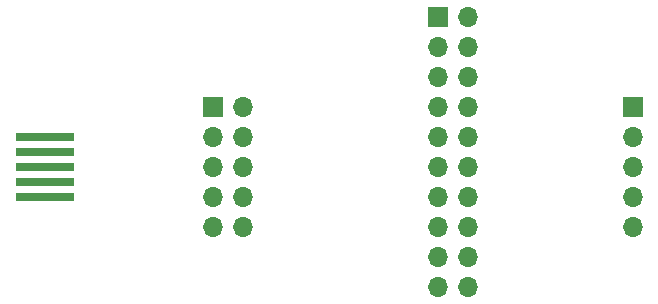
<source format=gbs>
%TF.GenerationSoftware,KiCad,Pcbnew,9.0.0*%
%TF.CreationDate,2025-03-31T22:32:49+08:00*%
%TF.ProjectId,stlink_ex,73746c69-6e6b-45f6-9578-2e6b69636164,rev?*%
%TF.SameCoordinates,Original*%
%TF.FileFunction,Soldermask,Bot*%
%TF.FilePolarity,Negative*%
%FSLAX46Y46*%
G04 Gerber Fmt 4.6, Leading zero omitted, Abs format (unit mm)*
G04 Created by KiCad (PCBNEW 9.0.0) date 2025-03-31 22:32:49*
%MOMM*%
%LPD*%
G01*
G04 APERTURE LIST*
%ADD10R,5.000000X0.700000*%
%ADD11R,1.700000X1.700000*%
%ADD12O,1.700000X1.700000*%
G04 APERTURE END LIST*
D10*
%TO.C,J15*%
X102670000Y-113030000D03*
X102670000Y-114300000D03*
X102670000Y-115570000D03*
X102670000Y-116840000D03*
X102670000Y-118110000D03*
%TD*%
D11*
%TO.C,J14*%
X116840000Y-110495000D03*
D12*
X119380000Y-110495000D03*
X116840000Y-113035000D03*
X119380000Y-113035000D03*
X116840000Y-115575000D03*
X119380000Y-115575000D03*
X116840000Y-118115000D03*
X119380000Y-118115000D03*
X116840000Y-120655000D03*
X119380000Y-120655000D03*
%TD*%
D11*
%TO.C,J11*%
X152400000Y-110495000D03*
D12*
X152400000Y-113035000D03*
X152400000Y-115575000D03*
X152400000Y-118115000D03*
X152400000Y-120655000D03*
%TD*%
D11*
%TO.C,J5*%
X135885000Y-102875000D03*
D12*
X138425000Y-102875000D03*
X135885000Y-105415000D03*
X138425000Y-105415000D03*
X135885000Y-107955000D03*
X138425000Y-107955000D03*
X135885000Y-110495000D03*
X138425000Y-110495000D03*
X135885000Y-113035000D03*
X138425000Y-113035000D03*
X135885000Y-115575000D03*
X138425000Y-115575000D03*
X135885000Y-118115000D03*
X138425000Y-118115000D03*
X135885000Y-120655000D03*
X138425000Y-120655000D03*
X135885000Y-123195000D03*
X138425000Y-123195000D03*
X135885000Y-125735000D03*
X138425000Y-125735000D03*
%TD*%
M02*

</source>
